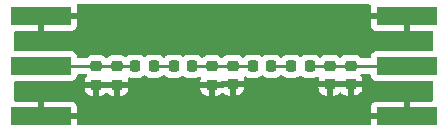
<source format=gbr>
%TF.GenerationSoftware,KiCad,Pcbnew,(6.0.10)*%
%TF.CreationDate,2023-05-27T15:44:21+03:00*%
%TF.ProjectId,BPF_5,4250465f-352e-46b6-9963-61645f706362,rev?*%
%TF.SameCoordinates,Original*%
%TF.FileFunction,Copper,L1,Top*%
%TF.FilePolarity,Positive*%
%FSLAX46Y46*%
G04 Gerber Fmt 4.6, Leading zero omitted, Abs format (unit mm)*
G04 Created by KiCad (PCBNEW (6.0.10)) date 2023-05-27 15:44:21*
%MOMM*%
%LPD*%
G01*
G04 APERTURE LIST*
G04 Aperture macros list*
%AMRoundRect*
0 Rectangle with rounded corners*
0 $1 Rounding radius*
0 $2 $3 $4 $5 $6 $7 $8 $9 X,Y pos of 4 corners*
0 Add a 4 corners polygon primitive as box body*
4,1,4,$2,$3,$4,$5,$6,$7,$8,$9,$2,$3,0*
0 Add four circle primitives for the rounded corners*
1,1,$1+$1,$2,$3*
1,1,$1+$1,$4,$5*
1,1,$1+$1,$6,$7*
1,1,$1+$1,$8,$9*
0 Add four rect primitives between the rounded corners*
20,1,$1+$1,$2,$3,$4,$5,0*
20,1,$1+$1,$4,$5,$6,$7,0*
20,1,$1+$1,$6,$7,$8,$9,0*
20,1,$1+$1,$8,$9,$2,$3,0*%
G04 Aperture macros list end*
%TA.AperFunction,SMDPad,CuDef*%
%ADD10R,5.080000X1.500000*%
%TD*%
%TA.AperFunction,SMDPad,CuDef*%
%ADD11RoundRect,0.218750X0.256250X-0.218750X0.256250X0.218750X-0.256250X0.218750X-0.256250X-0.218750X0*%
%TD*%
%TA.AperFunction,SMDPad,CuDef*%
%ADD12RoundRect,0.218750X-0.218750X-0.256250X0.218750X-0.256250X0.218750X0.256250X-0.218750X0.256250X0*%
%TD*%
%TA.AperFunction,SMDPad,CuDef*%
%ADD13RoundRect,0.225000X-0.250000X0.225000X-0.250000X-0.225000X0.250000X-0.225000X0.250000X0.225000X0*%
%TD*%
%TA.AperFunction,SMDPad,CuDef*%
%ADD14RoundRect,0.225000X0.225000X0.250000X-0.225000X0.250000X-0.225000X-0.250000X0.225000X-0.250000X0*%
%TD*%
%TA.AperFunction,ViaPad*%
%ADD15C,0.800000*%
%TD*%
%TA.AperFunction,Conductor*%
%ADD16C,0.293370*%
%TD*%
G04 APERTURE END LIST*
D10*
%TO.P,J2,2,Ext*%
%TO.N,GND*%
X158250000Y-77250000D03*
X158250000Y-85750000D03*
%TO.P,J2,1,In*%
%TO.N,Net-(C4-Pad1)*%
X158250000Y-81500000D03*
%TD*%
%TO.P,J1,1,In*%
%TO.N,Net-(J1-Pad1)*%
X127250000Y-81500000D03*
%TO.P,J1,2,Ext*%
%TO.N,GND*%
X127250000Y-77250000D03*
X127250000Y-85750000D03*
%TD*%
D11*
%TO.P,L5,1,1*%
%TO.N,GND*%
X153500000Y-83037500D03*
%TO.P,L5,2,2*%
%TO.N,Net-(C4-Pad1)*%
X153500000Y-81462500D03*
%TD*%
D12*
%TO.P,L4,1,1*%
%TO.N,Net-(C2-Pad1)*%
X145212500Y-81500000D03*
%TO.P,L4,2,2*%
%TO.N,Net-(L4-Pad2)*%
X146787500Y-81500000D03*
%TD*%
D11*
%TO.P,L3,2,2*%
%TO.N,Net-(C2-Pad1)*%
X141750000Y-81500000D03*
%TO.P,L3,1,1*%
%TO.N,GND*%
X141750000Y-83075000D03*
%TD*%
D12*
%TO.P,L2,1,1*%
%TO.N,Net-(J1-Pad1)*%
X135250000Y-81500000D03*
%TO.P,L2,2,2*%
%TO.N,Net-(L2-Pad2)*%
X136825000Y-81500000D03*
%TD*%
D11*
%TO.P,L1,1,1*%
%TO.N,GND*%
X131950000Y-83075000D03*
%TO.P,L1,2,2*%
%TO.N,Net-(J1-Pad1)*%
X131950000Y-81500000D03*
%TD*%
D13*
%TO.P,C5,1,1*%
%TO.N,Net-(C4-Pad1)*%
X151750000Y-81475000D03*
%TO.P,C5,2,2*%
%TO.N,GND*%
X151750000Y-83025000D03*
%TD*%
D14*
%TO.P,C4,2,2*%
%TO.N,Net-(L4-Pad2)*%
X148475000Y-81500000D03*
%TO.P,C4,1,1*%
%TO.N,Net-(C4-Pad1)*%
X150025000Y-81500000D03*
%TD*%
D13*
%TO.P,C3,1,1*%
%TO.N,Net-(C2-Pad1)*%
X143500000Y-81475000D03*
%TO.P,C3,2,2*%
%TO.N,GND*%
X143500000Y-83025000D03*
%TD*%
D14*
%TO.P,C2,1,1*%
%TO.N,Net-(C2-Pad1)*%
X140050000Y-81500000D03*
%TO.P,C2,2,2*%
%TO.N,Net-(L2-Pad2)*%
X138500000Y-81500000D03*
%TD*%
D13*
%TO.P,C1,1,1*%
%TO.N,Net-(J1-Pad1)*%
X133700000Y-81512500D03*
%TO.P,C1,2,2*%
%TO.N,GND*%
X133700000Y-83062500D03*
%TD*%
D15*
%TO.N,GND*%
X125500000Y-79000000D03*
X129000000Y-79000000D03*
X127250000Y-79000000D03*
X125500000Y-84000000D03*
X129000000Y-84000000D03*
X127250000Y-84000000D03*
X156500000Y-84000000D03*
X160000000Y-84000000D03*
X158250000Y-84000000D03*
X156500000Y-79000000D03*
X160000000Y-79000000D03*
X158250000Y-79000000D03*
X131750000Y-84500000D03*
X132750000Y-84500000D03*
X133750000Y-84500000D03*
X134750000Y-84500000D03*
X153250000Y-84500000D03*
X142250000Y-84500000D03*
X151250000Y-84500000D03*
X152250000Y-84500000D03*
X154250000Y-84500000D03*
X141250000Y-84500000D03*
X144250000Y-84500000D03*
X143250000Y-84500000D03*
%TD*%
D16*
%TO.N,Net-(C2-Pad1)*%
X140050000Y-81500000D02*
X145212500Y-81500000D01*
%TO.N,Net-(C4-Pad1)*%
X150025000Y-81500000D02*
X158250000Y-81500000D01*
%TO.N,Net-(L4-Pad2)*%
X146787500Y-81500000D02*
X148475000Y-81500000D01*
%TO.N,Net-(L2-Pad2)*%
X136825000Y-81500000D02*
X138500000Y-81500000D01*
%TO.N,Net-(J1-Pad1)*%
X127250000Y-81500000D02*
X135250000Y-81500000D01*
%TD*%
%TA.AperFunction,Conductor*%
%TO.N,GND*%
G36*
X131117521Y-82175187D02*
G01*
X131138416Y-82192010D01*
X131145157Y-82198739D01*
X131179238Y-82261021D01*
X131174236Y-82331841D01*
X131145314Y-82376932D01*
X131124702Y-82397580D01*
X131115690Y-82408991D01*
X131034447Y-82540791D01*
X131028303Y-82553968D01*
X130979421Y-82701343D01*
X130976555Y-82714710D01*
X130967386Y-82804200D01*
X130971475Y-82818124D01*
X130972865Y-82819329D01*
X130980548Y-82821000D01*
X132658885Y-82821000D01*
X132684073Y-82813604D01*
X132719571Y-82808500D01*
X134664885Y-82808500D01*
X134680124Y-82804025D01*
X134681329Y-82802635D01*
X134683000Y-82794952D01*
X134683000Y-82792062D01*
X134682663Y-82785547D01*
X134673106Y-82693443D01*
X134670212Y-82680044D01*
X134645814Y-82606914D01*
X134643230Y-82535965D01*
X134679413Y-82474881D01*
X134742878Y-82443056D01*
X134805005Y-82447445D01*
X134876235Y-82471071D01*
X134876237Y-82471071D01*
X134882769Y-82473238D01*
X134982928Y-82483500D01*
X135517072Y-82483500D01*
X135520318Y-82483163D01*
X135520322Y-82483163D01*
X135554103Y-82479658D01*
X135618482Y-82472978D01*
X135779349Y-82419308D01*
X135923555Y-82330071D01*
X135948387Y-82305195D01*
X136010668Y-82271116D01*
X136081488Y-82276118D01*
X136126578Y-82305040D01*
X136152447Y-82330864D01*
X136296808Y-82419849D01*
X136303756Y-82422154D01*
X136303757Y-82422154D01*
X136451238Y-82471072D01*
X136451240Y-82471072D01*
X136457769Y-82473238D01*
X136557928Y-82483500D01*
X137092072Y-82483500D01*
X137095318Y-82483163D01*
X137095322Y-82483163D01*
X137129103Y-82479658D01*
X137193482Y-82472978D01*
X137354349Y-82419308D01*
X137498555Y-82330071D01*
X137568891Y-82259613D01*
X137631172Y-82225534D01*
X137701992Y-82230537D01*
X137747080Y-82259457D01*
X137780136Y-82292455D01*
X137817298Y-82329552D01*
X137823528Y-82333392D01*
X137823529Y-82333393D01*
X137955766Y-82414905D01*
X137962899Y-82419302D01*
X138125243Y-82473149D01*
X138132080Y-82473849D01*
X138132082Y-82473850D01*
X138173401Y-82478083D01*
X138226268Y-82483500D01*
X138773732Y-82483500D01*
X138776978Y-82483163D01*
X138776982Y-82483163D01*
X138811083Y-82479625D01*
X138876019Y-82472887D01*
X138931452Y-82454393D01*
X139031324Y-82421073D01*
X139031326Y-82421072D01*
X139038268Y-82418756D01*
X139054842Y-82408500D01*
X139177487Y-82332605D01*
X139177488Y-82332604D01*
X139183713Y-82328752D01*
X139188886Y-82323570D01*
X139194620Y-82319025D01*
X139196142Y-82320945D01*
X139248206Y-82292455D01*
X139319026Y-82297456D01*
X139355552Y-82320882D01*
X139356372Y-82319843D01*
X139362117Y-82324380D01*
X139367298Y-82329552D01*
X139373528Y-82333392D01*
X139373529Y-82333393D01*
X139505766Y-82414905D01*
X139512899Y-82419302D01*
X139675243Y-82473149D01*
X139682080Y-82473849D01*
X139682082Y-82473850D01*
X139723401Y-82478083D01*
X139776268Y-82483500D01*
X140323732Y-82483500D01*
X140326978Y-82483163D01*
X140326982Y-82483163D01*
X140361083Y-82479625D01*
X140426019Y-82472887D01*
X140481452Y-82454393D01*
X140581324Y-82421073D01*
X140581326Y-82421072D01*
X140588268Y-82418756D01*
X140655450Y-82377182D01*
X140723900Y-82358346D01*
X140791670Y-82379508D01*
X140837241Y-82433948D01*
X140846144Y-82504385D01*
X140835946Y-82537577D01*
X140828303Y-82553969D01*
X140779421Y-82701343D01*
X140776555Y-82714710D01*
X140767386Y-82804200D01*
X140771475Y-82818124D01*
X140772865Y-82819329D01*
X140780548Y-82821000D01*
X142458885Y-82821000D01*
X142474124Y-82816526D01*
X142475889Y-82814488D01*
X142535615Y-82776104D01*
X142571114Y-82771000D01*
X144464885Y-82771000D01*
X144480124Y-82766525D01*
X144481329Y-82765135D01*
X144483000Y-82757452D01*
X144483000Y-82754562D01*
X144482663Y-82748047D01*
X144473106Y-82655943D01*
X144470212Y-82642544D01*
X144431111Y-82525343D01*
X144428527Y-82454393D01*
X144464711Y-82393310D01*
X144528175Y-82361485D01*
X144598770Y-82369024D01*
X144616750Y-82378207D01*
X144678071Y-82416005D01*
X144678074Y-82416007D01*
X144684308Y-82419849D01*
X144691256Y-82422154D01*
X144691257Y-82422154D01*
X144838738Y-82471072D01*
X144838740Y-82471072D01*
X144845269Y-82473238D01*
X144945428Y-82483500D01*
X145479572Y-82483500D01*
X145482818Y-82483163D01*
X145482822Y-82483163D01*
X145516603Y-82479658D01*
X145580982Y-82472978D01*
X145741849Y-82419308D01*
X145886055Y-82330071D01*
X145910887Y-82305195D01*
X145973168Y-82271116D01*
X146043988Y-82276118D01*
X146089078Y-82305040D01*
X146114947Y-82330864D01*
X146259308Y-82419849D01*
X146266256Y-82422154D01*
X146266257Y-82422154D01*
X146413738Y-82471072D01*
X146413740Y-82471072D01*
X146420269Y-82473238D01*
X146520428Y-82483500D01*
X147054572Y-82483500D01*
X147057818Y-82483163D01*
X147057822Y-82483163D01*
X147091603Y-82479658D01*
X147155982Y-82472978D01*
X147316849Y-82419308D01*
X147461055Y-82330071D01*
X147485887Y-82305196D01*
X147537630Y-82253363D01*
X147599913Y-82219284D01*
X147670733Y-82224287D01*
X147715820Y-82253207D01*
X147792298Y-82329552D01*
X147798528Y-82333392D01*
X147798529Y-82333393D01*
X147930766Y-82414905D01*
X147937899Y-82419302D01*
X148100243Y-82473149D01*
X148107080Y-82473849D01*
X148107082Y-82473850D01*
X148148401Y-82478083D01*
X148201268Y-82483500D01*
X148748732Y-82483500D01*
X148751978Y-82483163D01*
X148751982Y-82483163D01*
X148786083Y-82479625D01*
X148851019Y-82472887D01*
X148906452Y-82454393D01*
X149006324Y-82421073D01*
X149006326Y-82421072D01*
X149013268Y-82418756D01*
X149029842Y-82408500D01*
X149152487Y-82332605D01*
X149152488Y-82332604D01*
X149158713Y-82328752D01*
X149163886Y-82323570D01*
X149169620Y-82319025D01*
X149171142Y-82320945D01*
X149223206Y-82292455D01*
X149294026Y-82297456D01*
X149330552Y-82320882D01*
X149331372Y-82319843D01*
X149337117Y-82324380D01*
X149342298Y-82329552D01*
X149348528Y-82333392D01*
X149348529Y-82333393D01*
X149480766Y-82414905D01*
X149487899Y-82419302D01*
X149650243Y-82473149D01*
X149657080Y-82473849D01*
X149657082Y-82473850D01*
X149698401Y-82478083D01*
X149751268Y-82483500D01*
X150298732Y-82483500D01*
X150301978Y-82483163D01*
X150301982Y-82483163D01*
X150336083Y-82479625D01*
X150401019Y-82472887D01*
X150456452Y-82454393D01*
X150556324Y-82421073D01*
X150556326Y-82421072D01*
X150563268Y-82418756D01*
X150634108Y-82374919D01*
X150702560Y-82356082D01*
X150770329Y-82377244D01*
X150815900Y-82431685D01*
X150824803Y-82502121D01*
X150820003Y-82521732D01*
X150779509Y-82643814D01*
X150776642Y-82657190D01*
X150767328Y-82748097D01*
X150767071Y-82753126D01*
X150771475Y-82768124D01*
X150772865Y-82769329D01*
X150780548Y-82771000D01*
X152719372Y-82771000D01*
X152746572Y-82778987D01*
X152747441Y-82774993D01*
X152786548Y-82783500D01*
X154464885Y-82783500D01*
X154480124Y-82779025D01*
X154481329Y-82777635D01*
X154482842Y-82770679D01*
X154482663Y-82767218D01*
X154473196Y-82675979D01*
X154470303Y-82662583D01*
X154421170Y-82515313D01*
X154414996Y-82502134D01*
X154333527Y-82370481D01*
X154324782Y-82359447D01*
X154298146Y-82293636D01*
X154311318Y-82223872D01*
X154360117Y-82172305D01*
X154423529Y-82155185D01*
X155075500Y-82155185D01*
X155143621Y-82175187D01*
X155190114Y-82228843D01*
X155201500Y-82281185D01*
X155201500Y-82298134D01*
X155208255Y-82360316D01*
X155259385Y-82496705D01*
X155346739Y-82613261D01*
X155463295Y-82700615D01*
X155599684Y-82751745D01*
X155661866Y-82758500D01*
X160365500Y-82758500D01*
X160433621Y-82778502D01*
X160480114Y-82832158D01*
X160491500Y-82884500D01*
X160491500Y-84366000D01*
X160471498Y-84434121D01*
X160417842Y-84480614D01*
X160365500Y-84492000D01*
X158522115Y-84492000D01*
X158506876Y-84496475D01*
X158505671Y-84497865D01*
X158504000Y-84505548D01*
X158504000Y-85878000D01*
X158483998Y-85946121D01*
X158430342Y-85992614D01*
X158378000Y-86004000D01*
X155220116Y-86004000D01*
X155204877Y-86008475D01*
X155203672Y-86009865D01*
X155202001Y-86017548D01*
X155202001Y-86365500D01*
X155181999Y-86433621D01*
X155128343Y-86480114D01*
X155076001Y-86491500D01*
X130424000Y-86491500D01*
X130355879Y-86471498D01*
X130309386Y-86417842D01*
X130298000Y-86365500D01*
X130298000Y-86022115D01*
X130293525Y-86006876D01*
X130292135Y-86005671D01*
X130284452Y-86004000D01*
X127122000Y-86004000D01*
X127053879Y-85983998D01*
X127007386Y-85930342D01*
X126996000Y-85878000D01*
X126996000Y-85477885D01*
X127504000Y-85477885D01*
X127508475Y-85493124D01*
X127509865Y-85494329D01*
X127517548Y-85496000D01*
X130279884Y-85496000D01*
X130295123Y-85491525D01*
X130296328Y-85490135D01*
X130297999Y-85482452D01*
X130297999Y-85477885D01*
X155202000Y-85477885D01*
X155206475Y-85493124D01*
X155207865Y-85494329D01*
X155215548Y-85496000D01*
X157977885Y-85496000D01*
X157993124Y-85491525D01*
X157994329Y-85490135D01*
X157996000Y-85482452D01*
X157996000Y-84510116D01*
X157991525Y-84494877D01*
X157990135Y-84493672D01*
X157982452Y-84492001D01*
X155665331Y-84492001D01*
X155658510Y-84492371D01*
X155607648Y-84497895D01*
X155592396Y-84501521D01*
X155471946Y-84546676D01*
X155456351Y-84555214D01*
X155354276Y-84631715D01*
X155341715Y-84644276D01*
X155265214Y-84746351D01*
X155256676Y-84761946D01*
X155211522Y-84882394D01*
X155207895Y-84897649D01*
X155202369Y-84948514D01*
X155202000Y-84955328D01*
X155202000Y-85477885D01*
X130297999Y-85477885D01*
X130297999Y-84955331D01*
X130297629Y-84948510D01*
X130292105Y-84897648D01*
X130288479Y-84882396D01*
X130243324Y-84761946D01*
X130234786Y-84746351D01*
X130158285Y-84644276D01*
X130145724Y-84631715D01*
X130043649Y-84555214D01*
X130028054Y-84546676D01*
X129907606Y-84501522D01*
X129892351Y-84497895D01*
X129841486Y-84492369D01*
X129834672Y-84492000D01*
X127522115Y-84492000D01*
X127506876Y-84496475D01*
X127505671Y-84497865D01*
X127504000Y-84505548D01*
X127504000Y-85477885D01*
X126996000Y-85477885D01*
X126996000Y-84510116D01*
X126991525Y-84494877D01*
X126990135Y-84493672D01*
X126982452Y-84492001D01*
X125134500Y-84492001D01*
X125066379Y-84471999D01*
X125019886Y-84418343D01*
X125008500Y-84366001D01*
X125008500Y-83341821D01*
X130967158Y-83341821D01*
X130967337Y-83345282D01*
X130976804Y-83436521D01*
X130979697Y-83449917D01*
X131028830Y-83597187D01*
X131035004Y-83610366D01*
X131116470Y-83742014D01*
X131125506Y-83753415D01*
X131235080Y-83862798D01*
X131246491Y-83871810D01*
X131378291Y-83953053D01*
X131391468Y-83959197D01*
X131538843Y-84008079D01*
X131552210Y-84010945D01*
X131642270Y-84020172D01*
X131648685Y-84020500D01*
X131677885Y-84020500D01*
X131693124Y-84016025D01*
X131694329Y-84014635D01*
X131696000Y-84006952D01*
X131696000Y-84002385D01*
X132204000Y-84002385D01*
X132208475Y-84017624D01*
X132209865Y-84018829D01*
X132217548Y-84020500D01*
X132251266Y-84020500D01*
X132257782Y-84020163D01*
X132349021Y-84010696D01*
X132362417Y-84007803D01*
X132509687Y-83958670D01*
X132522866Y-83952496D01*
X132654514Y-83871030D01*
X132665915Y-83861994D01*
X132737628Y-83790156D01*
X132799911Y-83756077D01*
X132870731Y-83761080D01*
X132915819Y-83790001D01*
X132987429Y-83861486D01*
X132998840Y-83870498D01*
X133131880Y-83952504D01*
X133145061Y-83958651D01*
X133293814Y-84007991D01*
X133307190Y-84010858D01*
X133398097Y-84020172D01*
X133404513Y-84020500D01*
X133427885Y-84020500D01*
X133443124Y-84016025D01*
X133444329Y-84014635D01*
X133446000Y-84006952D01*
X133446000Y-84002385D01*
X133954000Y-84002385D01*
X133958475Y-84017624D01*
X133959865Y-84018829D01*
X133967548Y-84020500D01*
X133995438Y-84020500D01*
X134001953Y-84020163D01*
X134094057Y-84010606D01*
X134107456Y-84007712D01*
X134256107Y-83958119D01*
X134269286Y-83951945D01*
X134402173Y-83869712D01*
X134413574Y-83860676D01*
X134523986Y-83750071D01*
X134532998Y-83738660D01*
X134615004Y-83605620D01*
X134621151Y-83592439D01*
X134670491Y-83443686D01*
X134673358Y-83430310D01*
X134682424Y-83341821D01*
X140767158Y-83341821D01*
X140767337Y-83345282D01*
X140776804Y-83436521D01*
X140779697Y-83449917D01*
X140828830Y-83597187D01*
X140835004Y-83610366D01*
X140916470Y-83742014D01*
X140925506Y-83753415D01*
X141035080Y-83862798D01*
X141046491Y-83871810D01*
X141178291Y-83953053D01*
X141191468Y-83959197D01*
X141338843Y-84008079D01*
X141352210Y-84010945D01*
X141442270Y-84020172D01*
X141448685Y-84020500D01*
X141477885Y-84020500D01*
X141493124Y-84016025D01*
X141494329Y-84014635D01*
X141496000Y-84006952D01*
X141496000Y-84002385D01*
X142004000Y-84002385D01*
X142008475Y-84017624D01*
X142009865Y-84018829D01*
X142017548Y-84020500D01*
X142051266Y-84020500D01*
X142057782Y-84020163D01*
X142149021Y-84010696D01*
X142162417Y-84007803D01*
X142309687Y-83958670D01*
X142322866Y-83952496D01*
X142454514Y-83871030D01*
X142465915Y-83861994D01*
X142556378Y-83771373D01*
X142618660Y-83737294D01*
X142689480Y-83742297D01*
X142734569Y-83771218D01*
X142787429Y-83823986D01*
X142798840Y-83832998D01*
X142931880Y-83915004D01*
X142945061Y-83921151D01*
X143093814Y-83970491D01*
X143107190Y-83973358D01*
X143198097Y-83982672D01*
X143204513Y-83983000D01*
X143227885Y-83983000D01*
X143243124Y-83978525D01*
X143244329Y-83977135D01*
X143246000Y-83969452D01*
X143246000Y-83964885D01*
X143754000Y-83964885D01*
X143758475Y-83980124D01*
X143759865Y-83981329D01*
X143767548Y-83983000D01*
X143795438Y-83983000D01*
X143801953Y-83982663D01*
X143894057Y-83973106D01*
X143907456Y-83970212D01*
X144056107Y-83920619D01*
X144069286Y-83914445D01*
X144202173Y-83832212D01*
X144213574Y-83823176D01*
X144323986Y-83712571D01*
X144332998Y-83701160D01*
X144415004Y-83568120D01*
X144421151Y-83554939D01*
X144470491Y-83406186D01*
X144473358Y-83392810D01*
X144482672Y-83301903D01*
X144482929Y-83296874D01*
X144482507Y-83295438D01*
X150767000Y-83295438D01*
X150767337Y-83301953D01*
X150776894Y-83394057D01*
X150779788Y-83407456D01*
X150829381Y-83556107D01*
X150835555Y-83569286D01*
X150917788Y-83702173D01*
X150926824Y-83713574D01*
X151037429Y-83823986D01*
X151048840Y-83832998D01*
X151181880Y-83915004D01*
X151195061Y-83921151D01*
X151343814Y-83970491D01*
X151357190Y-83973358D01*
X151448097Y-83982672D01*
X151454513Y-83983000D01*
X151477885Y-83983000D01*
X151493124Y-83978525D01*
X151494329Y-83977135D01*
X151496000Y-83969452D01*
X151496000Y-83964885D01*
X152004000Y-83964885D01*
X152008475Y-83980124D01*
X152009865Y-83981329D01*
X152017548Y-83983000D01*
X152045438Y-83983000D01*
X152051953Y-83982663D01*
X152144057Y-83973106D01*
X152157456Y-83970212D01*
X152306107Y-83920619D01*
X152319286Y-83914445D01*
X152452173Y-83832212D01*
X152463574Y-83823176D01*
X152533968Y-83752659D01*
X152596250Y-83718580D01*
X152667070Y-83723583D01*
X152712159Y-83752504D01*
X152785080Y-83825298D01*
X152796491Y-83834310D01*
X152928291Y-83915553D01*
X152941468Y-83921697D01*
X153088843Y-83970579D01*
X153102210Y-83973445D01*
X153192270Y-83982672D01*
X153198685Y-83983000D01*
X153227885Y-83983000D01*
X153243124Y-83978525D01*
X153244329Y-83977135D01*
X153246000Y-83969452D01*
X153246000Y-83964885D01*
X153754000Y-83964885D01*
X153758475Y-83980124D01*
X153759865Y-83981329D01*
X153767548Y-83983000D01*
X153801266Y-83983000D01*
X153807782Y-83982663D01*
X153899021Y-83973196D01*
X153912417Y-83970303D01*
X154059687Y-83921170D01*
X154072866Y-83914996D01*
X154204514Y-83833530D01*
X154215915Y-83824494D01*
X154325298Y-83714920D01*
X154334310Y-83703509D01*
X154415553Y-83571709D01*
X154421697Y-83558532D01*
X154470579Y-83411157D01*
X154473445Y-83397790D01*
X154482614Y-83308300D01*
X154478525Y-83294376D01*
X154477135Y-83293171D01*
X154469452Y-83291500D01*
X153772115Y-83291500D01*
X153756876Y-83295975D01*
X153755671Y-83297365D01*
X153754000Y-83305048D01*
X153754000Y-83964885D01*
X153246000Y-83964885D01*
X153246000Y-83309615D01*
X153241525Y-83294376D01*
X153240135Y-83293171D01*
X153232452Y-83291500D01*
X152530628Y-83291500D01*
X152503428Y-83283513D01*
X152502559Y-83287507D01*
X152463452Y-83279000D01*
X152022115Y-83279000D01*
X152006876Y-83283475D01*
X152005671Y-83284865D01*
X152004000Y-83292548D01*
X152004000Y-83964885D01*
X151496000Y-83964885D01*
X151496000Y-83297115D01*
X151491525Y-83281876D01*
X151490135Y-83280671D01*
X151482452Y-83279000D01*
X150785115Y-83279000D01*
X150769876Y-83283475D01*
X150768671Y-83284865D01*
X150767000Y-83292548D01*
X150767000Y-83295438D01*
X144482507Y-83295438D01*
X144478525Y-83281876D01*
X144477135Y-83280671D01*
X144469452Y-83279000D01*
X143772115Y-83279000D01*
X143756876Y-83283475D01*
X143755671Y-83284865D01*
X143754000Y-83292548D01*
X143754000Y-83964885D01*
X143246000Y-83964885D01*
X143246000Y-83297115D01*
X143241525Y-83281876D01*
X143240135Y-83280671D01*
X143232452Y-83279000D01*
X142791115Y-83279000D01*
X142775876Y-83283474D01*
X142774111Y-83285512D01*
X142714385Y-83323896D01*
X142678886Y-83329000D01*
X142022115Y-83329000D01*
X142006876Y-83333475D01*
X142005671Y-83334865D01*
X142004000Y-83342548D01*
X142004000Y-84002385D01*
X141496000Y-84002385D01*
X141496000Y-83347115D01*
X141491525Y-83331876D01*
X141490135Y-83330671D01*
X141482452Y-83329000D01*
X140785115Y-83329000D01*
X140769876Y-83333475D01*
X140768671Y-83334865D01*
X140767158Y-83341821D01*
X134682424Y-83341821D01*
X134682672Y-83339403D01*
X134682929Y-83334374D01*
X134678525Y-83319376D01*
X134677135Y-83318171D01*
X134669452Y-83316500D01*
X133972115Y-83316500D01*
X133956876Y-83320975D01*
X133955671Y-83322365D01*
X133954000Y-83330048D01*
X133954000Y-84002385D01*
X133446000Y-84002385D01*
X133446000Y-83334615D01*
X133441525Y-83319376D01*
X133440135Y-83318171D01*
X133432452Y-83316500D01*
X132991115Y-83316500D01*
X132965927Y-83323896D01*
X132930429Y-83329000D01*
X132222115Y-83329000D01*
X132206876Y-83333475D01*
X132205671Y-83334865D01*
X132204000Y-83342548D01*
X132204000Y-84002385D01*
X131696000Y-84002385D01*
X131696000Y-83347115D01*
X131691525Y-83331876D01*
X131690135Y-83330671D01*
X131682452Y-83329000D01*
X130985115Y-83329000D01*
X130969876Y-83333475D01*
X130968671Y-83334865D01*
X130967158Y-83341821D01*
X125008500Y-83341821D01*
X125008500Y-82884500D01*
X125028502Y-82816379D01*
X125082158Y-82769886D01*
X125134500Y-82758500D01*
X129838134Y-82758500D01*
X129900316Y-82751745D01*
X130036705Y-82700615D01*
X130153261Y-82613261D01*
X130240615Y-82496705D01*
X130291745Y-82360316D01*
X130298500Y-82298134D01*
X130298500Y-82281185D01*
X130318502Y-82213064D01*
X130372158Y-82166571D01*
X130424500Y-82155185D01*
X131049400Y-82155185D01*
X131117521Y-82175187D01*
G37*
%TD.AperFunction*%
%TA.AperFunction,Conductor*%
G36*
X155150703Y-76278502D02*
G01*
X155197196Y-76332158D01*
X155207845Y-76398108D01*
X155202369Y-76448514D01*
X155202000Y-76455328D01*
X155202000Y-76977885D01*
X155206475Y-76993124D01*
X155207865Y-76994329D01*
X155215548Y-76996000D01*
X158378000Y-76996000D01*
X158446121Y-77016002D01*
X158492614Y-77069658D01*
X158504000Y-77122000D01*
X158504000Y-78489884D01*
X158508475Y-78505123D01*
X158509865Y-78506328D01*
X158517548Y-78507999D01*
X160365500Y-78507999D01*
X160433621Y-78528001D01*
X160480114Y-78581657D01*
X160491500Y-78633999D01*
X160491500Y-80115500D01*
X160471498Y-80183621D01*
X160417842Y-80230114D01*
X160365500Y-80241500D01*
X155661866Y-80241500D01*
X155599684Y-80248255D01*
X155463295Y-80299385D01*
X155346739Y-80386739D01*
X155259385Y-80503295D01*
X155208255Y-80639684D01*
X155201500Y-80701866D01*
X155201500Y-80718815D01*
X155181498Y-80786936D01*
X155127842Y-80833429D01*
X155075500Y-80844815D01*
X154434182Y-80844815D01*
X154366061Y-80824813D01*
X154335436Y-80797079D01*
X154333924Y-80795171D01*
X154330071Y-80788945D01*
X154210053Y-80669136D01*
X154065692Y-80580151D01*
X154058743Y-80577846D01*
X153911262Y-80528928D01*
X153911260Y-80528928D01*
X153904731Y-80526762D01*
X153804572Y-80516500D01*
X153195428Y-80516500D01*
X153192182Y-80516837D01*
X153192178Y-80516837D01*
X153158397Y-80520342D01*
X153094018Y-80527022D01*
X152933151Y-80580692D01*
X152788945Y-80669929D01*
X152783777Y-80675106D01*
X152783776Y-80675107D01*
X152712370Y-80746637D01*
X152650087Y-80780716D01*
X152579267Y-80775713D01*
X152534179Y-80746792D01*
X152499935Y-80712607D01*
X152457702Y-80670448D01*
X152450616Y-80666080D01*
X152318331Y-80584538D01*
X152318329Y-80584537D01*
X152312101Y-80580698D01*
X152149757Y-80526851D01*
X152142920Y-80526151D01*
X152142918Y-80526150D01*
X152101599Y-80521917D01*
X152048732Y-80516500D01*
X151451268Y-80516500D01*
X151448022Y-80516837D01*
X151448018Y-80516837D01*
X151413917Y-80520375D01*
X151348981Y-80527113D01*
X151342440Y-80529295D01*
X151342441Y-80529295D01*
X151193676Y-80578927D01*
X151193674Y-80578928D01*
X151186732Y-80581244D01*
X151180508Y-80585096D01*
X151180507Y-80585096D01*
X151092294Y-80639684D01*
X151041287Y-80671248D01*
X151036114Y-80676430D01*
X151036109Y-80676434D01*
X150964203Y-80748466D01*
X150901921Y-80782546D01*
X150831101Y-80777543D01*
X150786013Y-80748623D01*
X150707702Y-80670448D01*
X150700616Y-80666080D01*
X150568331Y-80584538D01*
X150568329Y-80584537D01*
X150562101Y-80580698D01*
X150399757Y-80526851D01*
X150392920Y-80526151D01*
X150392918Y-80526150D01*
X150351599Y-80521917D01*
X150298732Y-80516500D01*
X149751268Y-80516500D01*
X149748022Y-80516837D01*
X149748018Y-80516837D01*
X149713917Y-80520375D01*
X149648981Y-80527113D01*
X149642440Y-80529295D01*
X149642441Y-80529295D01*
X149493676Y-80578927D01*
X149493674Y-80578928D01*
X149486732Y-80581244D01*
X149480508Y-80585096D01*
X149480507Y-80585096D01*
X149348787Y-80666607D01*
X149341287Y-80671248D01*
X149336114Y-80676430D01*
X149330380Y-80680975D01*
X149328858Y-80679055D01*
X149276794Y-80707545D01*
X149205974Y-80702544D01*
X149169448Y-80679118D01*
X149168628Y-80680157D01*
X149162882Y-80675619D01*
X149157702Y-80670448D01*
X149150616Y-80666080D01*
X149018331Y-80584538D01*
X149018329Y-80584537D01*
X149012101Y-80580698D01*
X148849757Y-80526851D01*
X148842920Y-80526151D01*
X148842918Y-80526150D01*
X148801599Y-80521917D01*
X148748732Y-80516500D01*
X148201268Y-80516500D01*
X148198022Y-80516837D01*
X148198018Y-80516837D01*
X148163917Y-80520375D01*
X148098981Y-80527113D01*
X148092440Y-80529295D01*
X148092441Y-80529295D01*
X147943676Y-80578927D01*
X147943674Y-80578928D01*
X147936732Y-80581244D01*
X147930508Y-80585096D01*
X147930507Y-80585096D01*
X147842294Y-80639684D01*
X147791287Y-80671248D01*
X147786114Y-80676430D01*
X147716032Y-80746634D01*
X147653749Y-80780713D01*
X147582929Y-80775710D01*
X147537841Y-80746789D01*
X147531581Y-80740539D01*
X147460053Y-80669136D01*
X147315692Y-80580151D01*
X147308743Y-80577846D01*
X147161262Y-80528928D01*
X147161260Y-80528928D01*
X147154731Y-80526762D01*
X147054572Y-80516500D01*
X146520428Y-80516500D01*
X146517182Y-80516837D01*
X146517178Y-80516837D01*
X146483397Y-80520342D01*
X146419018Y-80527022D01*
X146258151Y-80580692D01*
X146113945Y-80669929D01*
X146089113Y-80694805D01*
X146026832Y-80728884D01*
X145956012Y-80723882D01*
X145910922Y-80694960D01*
X145890233Y-80674307D01*
X145885053Y-80669136D01*
X145740692Y-80580151D01*
X145733743Y-80577846D01*
X145586262Y-80528928D01*
X145586260Y-80528928D01*
X145579731Y-80526762D01*
X145479572Y-80516500D01*
X144945428Y-80516500D01*
X144942182Y-80516837D01*
X144942178Y-80516837D01*
X144908397Y-80520342D01*
X144844018Y-80527022D01*
X144683151Y-80580692D01*
X144538945Y-80669929D01*
X144533777Y-80675106D01*
X144533776Y-80675107D01*
X144462370Y-80746637D01*
X144400087Y-80780716D01*
X144329267Y-80775713D01*
X144284179Y-80746792D01*
X144249935Y-80712607D01*
X144207702Y-80670448D01*
X144200616Y-80666080D01*
X144068331Y-80584538D01*
X144068329Y-80584537D01*
X144062101Y-80580698D01*
X143899757Y-80526851D01*
X143892920Y-80526151D01*
X143892918Y-80526150D01*
X143851599Y-80521917D01*
X143798732Y-80516500D01*
X143201268Y-80516500D01*
X143198022Y-80516837D01*
X143198018Y-80516837D01*
X143163917Y-80520375D01*
X143098981Y-80527113D01*
X143092440Y-80529295D01*
X143092441Y-80529295D01*
X142943676Y-80578927D01*
X142943674Y-80578928D01*
X142936732Y-80581244D01*
X142930508Y-80585096D01*
X142930507Y-80585096D01*
X142842294Y-80639684D01*
X142791287Y-80671248D01*
X142786114Y-80676430D01*
X142697282Y-80765417D01*
X142635000Y-80799496D01*
X142564179Y-80794493D01*
X142519091Y-80765571D01*
X142465238Y-80711811D01*
X142465233Y-80711807D01*
X142460053Y-80706636D01*
X142315692Y-80617651D01*
X142215861Y-80584538D01*
X142161262Y-80566428D01*
X142161260Y-80566428D01*
X142154731Y-80564262D01*
X142054572Y-80554000D01*
X141445428Y-80554000D01*
X141442182Y-80554337D01*
X141442178Y-80554337D01*
X141408397Y-80557842D01*
X141344018Y-80564522D01*
X141183151Y-80618192D01*
X141038945Y-80707429D01*
X141033776Y-80712607D01*
X140993599Y-80752854D01*
X140931316Y-80786933D01*
X140860496Y-80781930D01*
X140815409Y-80753010D01*
X140737883Y-80675620D01*
X140737882Y-80675619D01*
X140732702Y-80670448D01*
X140725616Y-80666080D01*
X140593331Y-80584538D01*
X140593329Y-80584537D01*
X140587101Y-80580698D01*
X140424757Y-80526851D01*
X140417920Y-80526151D01*
X140417918Y-80526150D01*
X140376599Y-80521917D01*
X140323732Y-80516500D01*
X139776268Y-80516500D01*
X139773022Y-80516837D01*
X139773018Y-80516837D01*
X139738917Y-80520375D01*
X139673981Y-80527113D01*
X139667440Y-80529295D01*
X139667441Y-80529295D01*
X139518676Y-80578927D01*
X139518674Y-80578928D01*
X139511732Y-80581244D01*
X139505508Y-80585096D01*
X139505507Y-80585096D01*
X139373787Y-80666607D01*
X139366287Y-80671248D01*
X139361114Y-80676430D01*
X139355380Y-80680975D01*
X139353858Y-80679055D01*
X139301794Y-80707545D01*
X139230974Y-80702544D01*
X139194448Y-80679118D01*
X139193628Y-80680157D01*
X139187882Y-80675619D01*
X139182702Y-80670448D01*
X139175616Y-80666080D01*
X139043331Y-80584538D01*
X139043329Y-80584537D01*
X139037101Y-80580698D01*
X138874757Y-80526851D01*
X138867920Y-80526151D01*
X138867918Y-80526150D01*
X138826599Y-80521917D01*
X138773732Y-80516500D01*
X138226268Y-80516500D01*
X138223022Y-80516837D01*
X138223018Y-80516837D01*
X138188917Y-80520375D01*
X138123981Y-80527113D01*
X138117440Y-80529295D01*
X138117441Y-80529295D01*
X137968676Y-80578927D01*
X137968674Y-80578928D01*
X137961732Y-80581244D01*
X137955508Y-80585096D01*
X137955507Y-80585096D01*
X137867294Y-80639684D01*
X137816287Y-80671248D01*
X137811114Y-80676430D01*
X137811109Y-80676434D01*
X137747272Y-80740383D01*
X137684990Y-80774463D01*
X137614170Y-80769460D01*
X137569081Y-80740539D01*
X137502734Y-80674307D01*
X137502729Y-80674303D01*
X137497553Y-80669136D01*
X137353192Y-80580151D01*
X137346243Y-80577846D01*
X137198762Y-80528928D01*
X137198760Y-80528928D01*
X137192231Y-80526762D01*
X137092072Y-80516500D01*
X136557928Y-80516500D01*
X136554682Y-80516837D01*
X136554678Y-80516837D01*
X136520897Y-80520342D01*
X136456518Y-80527022D01*
X136295651Y-80580692D01*
X136151445Y-80669929D01*
X136126613Y-80694805D01*
X136064332Y-80728884D01*
X135993512Y-80723882D01*
X135948422Y-80694960D01*
X135927733Y-80674307D01*
X135922553Y-80669136D01*
X135778192Y-80580151D01*
X135771243Y-80577846D01*
X135623762Y-80528928D01*
X135623760Y-80528928D01*
X135617231Y-80526762D01*
X135517072Y-80516500D01*
X134982928Y-80516500D01*
X134979682Y-80516837D01*
X134979678Y-80516837D01*
X134945897Y-80520342D01*
X134881518Y-80527022D01*
X134720651Y-80580692D01*
X134576445Y-80669929D01*
X134571277Y-80675106D01*
X134571271Y-80675111D01*
X134559097Y-80687306D01*
X134496815Y-80721385D01*
X134425995Y-80716382D01*
X134403809Y-80705548D01*
X134268331Y-80622038D01*
X134268329Y-80622037D01*
X134262101Y-80618198D01*
X134099757Y-80564351D01*
X134092920Y-80563651D01*
X134092918Y-80563650D01*
X134051599Y-80559417D01*
X133998732Y-80554000D01*
X133401268Y-80554000D01*
X133398022Y-80554337D01*
X133398018Y-80554337D01*
X133363917Y-80557875D01*
X133298981Y-80564613D01*
X133292440Y-80566795D01*
X133292441Y-80566795D01*
X133143676Y-80616427D01*
X133143674Y-80616428D01*
X133136732Y-80618744D01*
X132991287Y-80708748D01*
X132986114Y-80713930D01*
X132916032Y-80784134D01*
X132853749Y-80818213D01*
X132782929Y-80813210D01*
X132737841Y-80784289D01*
X132737530Y-80783978D01*
X132660053Y-80706636D01*
X132515692Y-80617651D01*
X132415861Y-80584538D01*
X132361262Y-80566428D01*
X132361260Y-80566428D01*
X132354731Y-80564262D01*
X132254572Y-80554000D01*
X131645428Y-80554000D01*
X131642182Y-80554337D01*
X131642178Y-80554337D01*
X131608397Y-80557842D01*
X131544018Y-80564522D01*
X131383151Y-80618192D01*
X131238945Y-80707429D01*
X131159577Y-80786936D01*
X131138716Y-80807833D01*
X131076434Y-80841912D01*
X131049543Y-80844815D01*
X130424500Y-80844815D01*
X130356379Y-80824813D01*
X130309886Y-80771157D01*
X130298500Y-80718815D01*
X130298500Y-80701866D01*
X130291745Y-80639684D01*
X130240615Y-80503295D01*
X130153261Y-80386739D01*
X130036705Y-80299385D01*
X129900316Y-80248255D01*
X129838134Y-80241500D01*
X125134500Y-80241500D01*
X125066379Y-80221498D01*
X125019886Y-80167842D01*
X125008500Y-80115500D01*
X125008500Y-78634000D01*
X125028502Y-78565879D01*
X125082158Y-78519386D01*
X125134500Y-78508000D01*
X126977885Y-78508000D01*
X126993124Y-78503525D01*
X126994329Y-78502135D01*
X126996000Y-78494452D01*
X126996000Y-78489884D01*
X127504000Y-78489884D01*
X127508475Y-78505123D01*
X127509865Y-78506328D01*
X127517548Y-78507999D01*
X129834669Y-78507999D01*
X129841490Y-78507629D01*
X129892352Y-78502105D01*
X129907604Y-78498479D01*
X130028054Y-78453324D01*
X130043649Y-78444786D01*
X130145724Y-78368285D01*
X130158285Y-78355724D01*
X130234786Y-78253649D01*
X130243324Y-78238054D01*
X130288478Y-78117606D01*
X130292105Y-78102351D01*
X130297631Y-78051486D01*
X130298000Y-78044672D01*
X130298000Y-78044669D01*
X155202001Y-78044669D01*
X155202371Y-78051490D01*
X155207895Y-78102352D01*
X155211521Y-78117604D01*
X155256676Y-78238054D01*
X155265214Y-78253649D01*
X155341715Y-78355724D01*
X155354276Y-78368285D01*
X155456351Y-78444786D01*
X155471946Y-78453324D01*
X155592394Y-78498478D01*
X155607649Y-78502105D01*
X155658514Y-78507631D01*
X155665328Y-78508000D01*
X157977885Y-78508000D01*
X157993124Y-78503525D01*
X157994329Y-78502135D01*
X157996000Y-78494452D01*
X157996000Y-77522115D01*
X157991525Y-77506876D01*
X157990135Y-77505671D01*
X157982452Y-77504000D01*
X155220116Y-77504000D01*
X155204877Y-77508475D01*
X155203672Y-77509865D01*
X155202001Y-77517548D01*
X155202001Y-78044669D01*
X130298000Y-78044669D01*
X130298000Y-77522115D01*
X130293525Y-77506876D01*
X130292135Y-77505671D01*
X130284452Y-77504000D01*
X127522115Y-77504000D01*
X127506876Y-77508475D01*
X127505671Y-77509865D01*
X127504000Y-77517548D01*
X127504000Y-78489884D01*
X126996000Y-78489884D01*
X126996000Y-77122000D01*
X127016002Y-77053879D01*
X127069658Y-77007386D01*
X127122000Y-76996000D01*
X130279884Y-76996000D01*
X130295123Y-76991525D01*
X130296328Y-76990135D01*
X130297999Y-76982452D01*
X130297999Y-76455331D01*
X130297629Y-76448509D01*
X130292155Y-76398105D01*
X130304684Y-76328223D01*
X130353006Y-76276208D01*
X130417418Y-76258500D01*
X155082582Y-76258500D01*
X155150703Y-76278502D01*
G37*
%TD.AperFunction*%
%TD*%
M02*

</source>
